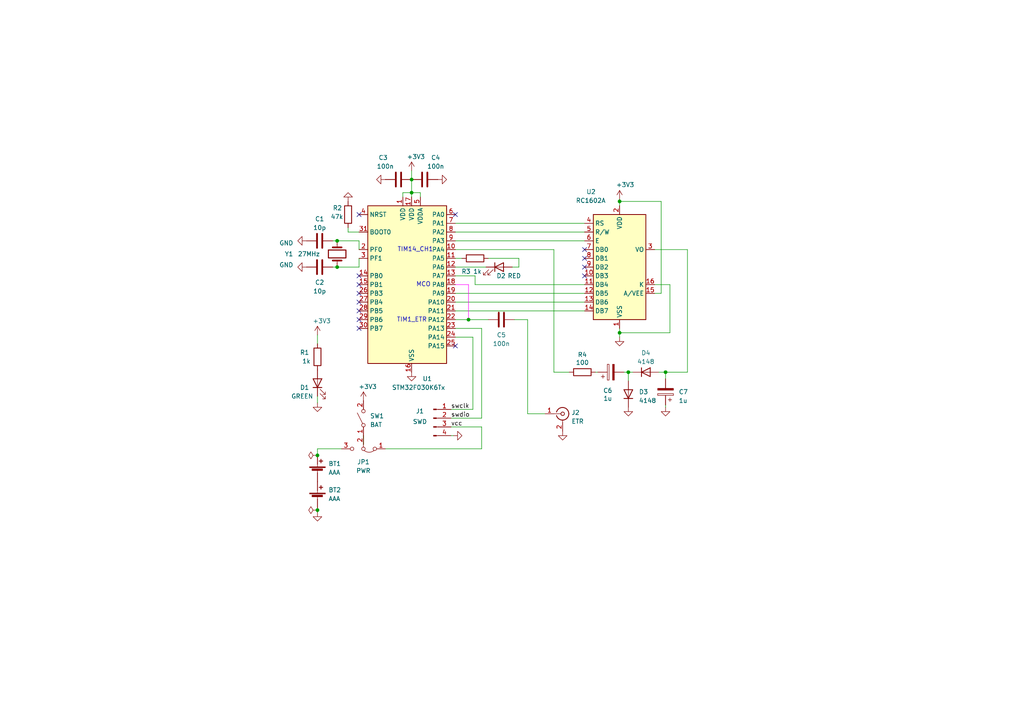
<source format=kicad_sch>
(kicad_sch (version 20230121) (generator eeschema)
  (paper "A4")
  (title_block (title "HD44780 LCD with PWM biased Vo") (date "2025-02-27") (rev "1.0") (company "ozforester") (comment 4 "CC-BY-SA 4.0 License"))
  (lib_symbols
    (symbol "Connector:Conn_01x04_Pin" (pin_names (offset 1.016) hide)
      (property "Reference" "J" (at 0 5.08 0))
      (property "Value" "Conn_01x04_Pin" (at 0 -7.62 0))
      (symbol "Conn_01x04_Pin_1_1"
        (polyline (pts (xy 1.27 -5.08) (xy 0.8636 -5.08)) (stroke (width 0.1524)))
        (polyline (pts (xy 1.27 -2.54) (xy 0.8636 -2.54)) (stroke (width 0.1524)))
        (polyline (pts (xy 1.27 0) (xy 0.8636 0)) (stroke (width 0.1524)))
        (polyline (pts (xy 1.27 2.54) (xy 0.8636 2.54)) (stroke (width 0.1524)))
        (rectangle (start 0.8636 -4.953) (end 0 -5.207) (stroke (width 0.1524)) (fill (type outline)))
        (rectangle (start 0.8636 -2.413) (end 0 -2.667) (stroke (width 0.1524)) (fill (type outline)))
        (rectangle (start 0.8636 0.127) (end 0 -0.127) (stroke (width 0.1524)) (fill (type outline)))
        (rectangle (start 0.8636 2.667) (end 0 2.413) (stroke (width 0.1524)) (fill (type outline)))
        (pin passive line (at 5.08 2.54 180) (length 3.81) (name "Pin_1") (number "1"))
        (pin passive line (at 5.08 0 180) (length 3.81) (name "Pin_2") (number "2"))
        (pin passive line (at 5.08 -2.54 180) (length 3.81) (name "Pin_3") (number "3"))
        (pin passive line (at 5.08 -5.08 180) (length 3.81) (name "Pin_4") (number "4"))
      )
    )
    (symbol "Connector:Conn_Coaxial" (pin_names (offset 1.016) hide)
      (property "Reference" "J" (at 0.254 3.048 0))
      (property "Value" "Conn_Coaxial" (at 2.921 0 90))
      (symbol "Conn_Coaxial_0_1"
        (arc (start -1.778 -0.508) (mid 0.2311 -1.8066) (end 1.778 0) (stroke (width 0.254)))
        (polyline (pts (xy -2.54 0) (xy -0.508 0)))
        (polyline (pts (xy 0 -2.54) (xy 0 -1.778)))
        (circle (center 0 0) (radius 0.508) (stroke (width 0.2032)))
        (arc (start 1.778 0) (mid 0.2099 1.8101) (end -1.778 0.508) (stroke (width 0.254)))
      )
      (symbol "Conn_Coaxial_1_1"
        (pin passive line (at -5.08 0 0) (length 2.54) (name "In") (number "1"))
        (pin passive line (at 0 -5.08 90) (length 2.54) (name "Ext") (number "2"))
      )
    )
    (symbol "Device:Battery_Cell" (pin_numbers hide) (pin_names (offset 0) hide)
      (property "Reference" "BT" (at 2.54 2.54 0))
      (property "Value" "Battery_Cell" (at 2.54 0 0))
      (symbol "Battery_Cell_0_1"
        (rectangle (start -2.286 1.778) (end 2.286 1.524) (fill (type outline)))
        (rectangle (start -1.5748 1.1938) (end 1.4732 0.6858) (fill (type outline)))
        (polyline (pts (xy 0 0.762) (xy 0 0)))
        (polyline (pts (xy 0 1.778) (xy 0 2.54)))
        (polyline (pts (xy 0.508 3.429) (xy 1.524 3.429)) (stroke (width 0.254)))
        (polyline (pts (xy 1.016 3.937) (xy 1.016 2.921)) (stroke (width 0.254)))
      )
      (symbol "Battery_Cell_1_1"
        (pin passive line (at 0 5.08 270) (length 2.54) (name "+") (number "1"))
        (pin passive line (at 0 -2.54 90) (length 2.54) (name "-") (number "2"))
      )
    )
    (symbol "Device:C" (pin_numbers hide) (pin_names (offset 0.254))
      (property "Reference" "C" (at 0.635 2.54 0))
      (property "Value" "C" (at 0.635 -2.54 0))
      (symbol "C_0_1"
        (polyline (pts (xy -2.032 -0.762) (xy 2.032 -0.762)) (stroke (width 0.508)))
        (polyline (pts (xy -2.032 0.762) (xy 2.032 0.762)) (stroke (width 0.508)))
      )
      (symbol "C_1_1"
        (pin passive line (at 0 3.81 270) (length 2.794) (name "~") (number "1"))
        (pin passive line (at 0 -3.81 90) (length 2.794) (name "~") (number "2"))
      )
    )
    (symbol "Device:C_Polarized" (pin_numbers hide) (pin_names (offset 0.254))
      (property "Reference" "C" (at 0.635 2.54 0))
      (property "Value" "C_Polarized" (at 0.635 -2.54 0))
      (symbol "C_Polarized_0_1"
        (rectangle (start -2.286 0.508) (end 2.286 1.016))
        (polyline (pts (xy -1.778 2.286) (xy -0.762 2.286)))
        (polyline (pts (xy -1.27 2.794) (xy -1.27 1.778)))
        (rectangle (start 2.286 -0.508) (end -2.286 -1.016) (fill (type outline)))
      )
      (symbol "C_Polarized_1_1"
        (pin passive line (at 0 3.81 270) (length 2.794) (name "~") (number "1"))
        (pin passive line (at 0 -3.81 90) (length 2.794) (name "~") (number "2"))
      )
    )
    (symbol "Device:Crystal" (pin_numbers hide) (pin_names (offset 1.016) hide)
      (property "Reference" "Y" (at 0 3.81 0))
      (property "Value" "Crystal" (at 0 -3.81 0))
      (symbol "Crystal_0_1"
        (rectangle (start -1.143 2.54) (end 1.143 -2.54) (stroke (width 0.3048)))
        (polyline (pts (xy -2.54 0) (xy -1.905 0)))
        (polyline (pts (xy -1.905 -1.27) (xy -1.905 1.27)) (stroke (width 0.508)))
        (polyline (pts (xy 1.905 -1.27) (xy 1.905 1.27)) (stroke (width 0.508)))
        (polyline (pts (xy 2.54 0) (xy 1.905 0)))
      )
      (symbol "Crystal_1_1"
        (pin passive line (at -3.81 0 0) (length 1.27) (name "1") (number "1"))
        (pin passive line (at 3.81 0 180) (length 1.27) (name "2") (number "2"))
      )
    )
    (symbol "Device:D" (pin_numbers hide) (pin_names (offset 1.016) hide)
      (property "Reference" "D" (at 0 2.54 0))
      (property "Value" "D" (at 0 -2.54 0))
      (symbol "D_0_1"
        (polyline (pts (xy -1.27 1.27) (xy -1.27 -1.27)) (stroke (width 0.254)))
        (polyline (pts (xy 1.27 0) (xy -1.27 0)))
        (polyline (pts (xy 1.27 1.27) (xy 1.27 -1.27) (xy -1.27 0) (xy 1.27 1.27)) (stroke (width 0.254)))
      )
      (symbol "D_1_1"
        (pin passive line (at -3.81 0 0) (length 2.54) (name "K") (number "1"))
        (pin passive line (at 3.81 0 180) (length 2.54) (name "A") (number "2"))
      )
    )
    (symbol "Device:LED" (pin_numbers hide) (pin_names (offset 1.016) hide)
      (property "Reference" "D" (at 0 2.54 0))
      (property "Value" "LED" (at 0 -2.54 0))
      (symbol "LED_0_1"
        (polyline (pts (xy -1.27 -1.27) (xy -1.27 1.27)) (stroke (width 0.254)))
        (polyline (pts (xy -1.27 0) (xy 1.27 0)))
        (polyline (pts (xy 1.27 -1.27) (xy 1.27 1.27) (xy -1.27 0) (xy 1.27 -1.27)) (stroke (width 0.254)))
        (polyline (pts (xy -3.048 -0.762) (xy -4.572 -2.286) (xy -3.81 -2.286) (xy -4.572 -2.286) (xy -4.572 -1.524)))
        (polyline (pts (xy -1.778 -0.762) (xy -3.302 -2.286) (xy -2.54 -2.286) (xy -3.302 -2.286) (xy -3.302 -1.524)))
      )
      (symbol "LED_1_1"
        (pin passive line (at -3.81 0 0) (length 2.54) (name "K") (number "1"))
        (pin passive line (at 3.81 0 180) (length 2.54) (name "A") (number "2"))
      )
    )
    (symbol "Device:R" (pin_numbers hide) (pin_names (offset 0))
      (property "Reference" "R" (at 2.032 0 90))
      (property "Value" "R" (at 0 0 90))
      (symbol "R_0_1"
        (rectangle (start -1.016 -2.54) (end 1.016 2.54) (stroke (width 0.254)))
      )
      (symbol "R_1_1"
        (pin passive line (at 0 3.81 270) (length 1.27) (name "~") (number "1"))
        (pin passive line (at 0 -3.81 90) (length 1.27) (name "~") (number "2"))
      )
    )
    (symbol "Display_Character:RC1602A"
      (property "Reference" "U" (at -6.35 16.51 0))
      (property "Value" "RC1602A" (at 2.794 16.51 0))
      (symbol "RC1602A_0_1"
        (rectangle (start -7.62 15.24) (end 7.62 -15.24) (stroke (width 0.254)) (fill (type background)))
      )
      (symbol "RC1602A_1_1"
        (pin power_in line (at 0 -17.78 90) (length 2.54) (name "VSS") (number "1"))
        (pin bidirectional line (at -10.16 -2.54 0) (length 2.54) (name "DB3") (number "10"))
        (pin bidirectional line (at -10.16 -5.08 0) (length 2.54) (name "DB4") (number "11"))
        (pin bidirectional line (at -10.16 -7.62 0) (length 2.54) (name "DB5") (number "12"))
        (pin bidirectional line (at -10.16 -10.16 0) (length 2.54) (name "DB6") (number "13"))
        (pin bidirectional line (at -10.16 -12.7 0) (length 2.54) (name "DB7") (number "14"))
        (pin power_in line (at 10.16 -7.62 180) (length 2.54) (name "A/VEE") (number "15"))
        (pin power_in line (at 10.16 -5.08 180) (length 2.54) (name "K") (number "16"))
        (pin power_in line (at 0 17.78 270) (length 2.54) (name "VDD") (number "2"))
        (pin power_in line (at 10.16 5.08 180) (length 2.54) (name "VO") (number "3"))
        (pin input line (at -10.16 12.7 0) (length 2.54) (name "RS") (number "4"))
        (pin input line (at -10.16 10.16 0) (length 2.54) (name "R/W") (number "5"))
        (pin input line (at -10.16 7.62 0) (length 2.54) (name "E") (number "6"))
        (pin bidirectional line (at -10.16 5.08 0) (length 2.54) (name "DB0") (number "7"))
        (pin bidirectional line (at -10.16 2.54 0) (length 2.54) (name "DB1") (number "8"))
        (pin bidirectional line (at -10.16 0 0) (length 2.54) (name "DB2") (number "9"))
      )
    )
    (symbol "Jumper:Jumper_3_Bridged12" (pin_names (offset 0) hide)
      (property "Reference" "JP" (at -2.54 -2.54 0))
      (property "Value" "Jumper_3_Bridged12" (at 0 2.794 0))
      (symbol "Jumper_3_Bridged12_0_0"
        (circle (center -3.302 0) (radius 0.508))
        (circle (center 0 0) (radius 0.508))
        (circle (center 3.302 0) (radius 0.508))
      )
      (symbol "Jumper_3_Bridged12_0_1"
        (arc (start -0.254 0.508) (mid -1.651 0.9912) (end -3.048 0.508))
        (polyline (pts (xy 0 -1.27) (xy 0 -0.508)))
      )
      (symbol "Jumper_3_Bridged12_1_1"
        (pin passive line (at -6.35 0 0) (length 2.54) (name "A") (number "1"))
        (pin passive line (at 0 -3.81 90) (length 2.54) (name "C") (number "2"))
        (pin passive line (at 6.35 0 180) (length 2.54) (name "B") (number "3"))
      )
    )
    (symbol "MCU_ST_STM32F0:STM32F030K6Tx"
      (property "Reference" "U" (at -10.16 24.13 0))
      (property "Value" "STM32F030K6Tx" (at 7.62 24.13 0))
      (symbol "STM32F030K6Tx_0_1"
        (rectangle (start -10.16 -22.86) (end 12.7 22.86) (stroke (width 0.254)) (fill (type background)))
      )
      (symbol "STM32F030K6Tx_1_1"
        (pin power_in line (at 0 25.4 270) (length 2.54) (name "VDD") (number "1"))
        (pin bidirectional line (at 15.24 10.16 180) (length 2.54) (name "PA4") (number "10"))
        (pin bidirectional line (at 15.24 7.62 180) (length 2.54) (name "PA5") (number "11"))
        (pin bidirectional line (at 15.24 5.08 180) (length 2.54) (name "PA6") (number "12"))
        (pin bidirectional line (at 15.24 2.54 180) (length 2.54) (name "PA7") (number "13"))
        (pin bidirectional line (at -12.7 2.54 0) (length 2.54) (name "PB0") (number "14"))
        (pin bidirectional line (at -12.7 0 0) (length 2.54) (name "PB1") (number "15"))
        (pin power_in line (at 2.54 -25.4 90) (length 2.54) (name "VSS") (number "16"))
        (pin power_in line (at 2.54 25.4 270) (length 2.54) (name "VDD") (number "17"))
        (pin bidirectional line (at 15.24 0 180) (length 2.54) (name "PA8") (number "18"))
        (pin bidirectional line (at 15.24 -2.54 180) (length 2.54) (name "PA9") (number "19"))
        (pin bidirectional line (at -12.7 10.16 0) (length 2.54) (name "PF0") (number "2"))
        (pin bidirectional line (at 15.24 -5.08 180) (length 2.54) (name "PA10") (number "20"))
        (pin bidirectional line (at 15.24 -7.62 180) (length 2.54) (name "PA11") (number "21"))
        (pin bidirectional line (at 15.24 -10.16 180) (length 2.54) (name "PA12") (number "22"))
        (pin bidirectional line (at 15.24 -12.7 180) (length 2.54) (name "PA13") (number "23"))
        (pin bidirectional line (at 15.24 -15.24 180) (length 2.54) (name "PA14") (number "24"))
        (pin bidirectional line (at 15.24 -17.78 180) (length 2.54) (name "PA15") (number "25"))
        (pin bidirectional line (at -12.7 -2.54 0) (length 2.54) (name "PB3") (number "26"))
        (pin bidirectional line (at -12.7 -5.08 0) (length 2.54) (name "PB4") (number "27"))
        (pin bidirectional line (at -12.7 -7.62 0) (length 2.54) (name "PB5") (number "28"))
        (pin bidirectional line (at -12.7 -10.16 0) (length 2.54) (name "PB6") (number "29"))
        (pin bidirectional line (at -12.7 7.62 0) (length 2.54) (name "PF1") (number "3"))
        (pin bidirectional line (at -12.7 -12.7 0) (length 2.54) (name "PB7") (number "30"))
        (pin input line (at -12.7 15.24 0) (length 2.54) (name "BOOT0") (number "31"))
        (pin passive line (at 2.54 -25.4 90) (length 2.54) hide (name "VSS") (number "32"))
        (pin input line (at -12.7 20.32 0) (length 2.54) (name "NRST") (number "4"))
        (pin power_in line (at 5.08 25.4 270) (length 2.54) (name "VDDA") (number "5"))
        (pin bidirectional line (at 15.24 20.32 180) (length 2.54) (name "PA0") (number "6"))
        (pin bidirectional line (at 15.24 17.78 180) (length 2.54) (name "PA1") (number "7"))
        (pin bidirectional line (at 15.24 15.24 180) (length 2.54) (name "PA2") (number "8"))
        (pin bidirectional line (at 15.24 12.7 180) (length 2.54) (name "PA3") (number "9"))
      )
    )
    (symbol "Switch:SW_SPST" (pin_names (offset 0) hide)
      (property "Reference" "SW" (at 0 3.175 0))
      (property "Value" "SW_SPST" (at 0 -2.54 0))
      (symbol "SW_SPST_0_0"
        (circle (center -2.032 0) (radius 0.508))
        (polyline (pts (xy -1.524 0.254) (xy 1.524 1.778)))
        (circle (center 2.032 0) (radius 0.508))
      )
      (symbol "SW_SPST_1_1"
        (pin passive line (at -5.08 0 0) (length 2.54) (name "A") (number "1"))
        (pin passive line (at 5.08 0 180) (length 2.54) (name "B") (number "2"))
      )
    )
    (symbol "power:+3V3" (power) (pin_names (offset 0))
      (property "Value" "+3V3" (at 0 3.556 0))
      (symbol "+3V3_0_1"
        (polyline (pts (xy -0.762 1.27) (xy 0 2.54)))
        (polyline (pts (xy 0 0) (xy 0 2.54)))
        (polyline (pts (xy 0 2.54) (xy 0.762 1.27)))
      )
      (symbol "+3V3_1_1"
        (pin power_in line (at 0 0 90) (length 0) hide (name "+3V3") (number "1"))
      )
    )
    (symbol "power:GND" (power) (pin_names (offset 0))
      (property "Value" "GND" (at 0 -3.81 0))
      (symbol "GND_0_1"
        (polyline (pts (xy 0 0) (xy 0 -1.27) (xy 1.27 -1.27) (xy 0 -2.54) (xy -1.27 -1.27) (xy 0 -1.27)))
      )
      (symbol "GND_1_1"
        (pin power_in line (at 0 0 270) (length 0) hide (name "GND") (number "1"))
      )
    )
    (symbol "power:PWR_FLAG" (power) (pin_numbers hide) (pin_names (offset 0) hide)
      (property "Value" "PWR_FLAG" (at 0 3.81 0))
      (symbol "PWR_FLAG_0_0"
        (pin power_out line (at 0 0 90) (length 0) (name "pwr") (number "1"))
      )
      (symbol "PWR_FLAG_0_1"
        (polyline (pts (xy 0 0) (xy 0 1.27) (xy -1.016 1.905) (xy 0 2.54) (xy 1.016 1.905) (xy 0 1.27)))
      )
    )
  )
  (junction (at 119.38 52.07))
  (junction (at 179.705 96.52))
  (junction (at 179.705 58.42))
  (junction (at 119.38 55.88))
  (junction (at 97.79 69.85))
  (junction (at 97.79 77.47))
  (junction (at 182.245 107.95))
  (junction (at 92.075 132.08))
  (junction (at 92.075 147.955))
  (junction (at 135.89 92.71))
  (junction (at 193.04 107.95))
  (no_connect (at 104.14 85.09))
  (no_connect (at 104.14 62.23))
  (no_connect (at 104.14 80.01))
  (no_connect (at 169.545 77.47))
  (no_connect (at 104.14 82.55))
  (no_connect (at 104.14 87.63))
  (no_connect (at 104.14 92.71))
  (no_connect (at 104.14 95.25))
  (no_connect (at 169.545 80.01))
  (no_connect (at 132.08 62.23))
  (no_connect (at 104.14 90.17))
  (no_connect (at 169.545 72.39))
  (no_connect (at 169.545 74.93))
  (no_connect (at 132.08 100.33))
  (wire (pts (xy 153.035 120.015) (xy 153.035 92.71)))
  (wire (pts (xy 132.08 64.77) (xy 169.545 64.77)))
  (wire (pts (xy 189.865 82.55) (xy 194.31 82.55)))
  (wire (pts (xy 193.04 107.95) (xy 193.04 109.855)))
  (wire (pts (xy 179.705 95.25) (xy 179.705 96.52)))
  (wire (pts (xy 92.075 147.32) (xy 92.075 147.955)))
  (wire (pts (xy 132.08 92.71) (xy 135.89 92.71)))
  (wire (pts (xy 182.245 107.95) (xy 183.515 107.95)))
  (wire (pts (xy 132.08 82.55) (xy 135.89 82.55)) (stroke (width 0) (color 255 0 255 1)))
  (wire (pts (xy 193.04 117.475) (xy 193.04 118.11)))
  (wire (pts (xy 116.84 55.88) (xy 119.38 55.88)))
  (wire (pts (xy 137.795 82.55) (xy 169.545 82.55)))
  (wire (pts (xy 131.445 126.365) (xy 130.81 126.365)))
  (wire (pts (xy 194.31 96.52) (xy 179.705 96.52)))
  (wire (pts (xy 132.08 85.09) (xy 169.545 85.09)))
  (wire (pts (xy 180.975 107.95) (xy 182.245 107.95)))
  (wire (pts (xy 130.81 123.825) (xy 139.7 123.825)))
  (wire (pts (xy 150.495 77.47) (xy 148.59 77.47)))
  (wire (pts (xy 96.52 77.47) (xy 97.79 77.47)))
  (wire (pts (xy 119.38 49.53) (xy 119.38 52.07)))
  (wire (pts (xy 97.79 77.47) (xy 104.14 77.47)))
  (wire (pts (xy 111.76 130.175) (xy 139.7 130.175)))
  (wire (pts (xy 135.89 92.71) (xy 141.605 92.71)))
  (wire (pts (xy 137.16 97.79) (xy 132.08 97.79)))
  (wire (pts (xy 119.38 55.88) (xy 119.38 57.15)))
  (wire (pts (xy 139.7 130.175) (xy 139.7 123.825)))
  (wire (pts (xy 153.035 92.71) (xy 149.225 92.71)))
  (wire (pts (xy 119.38 52.07) (xy 119.38 55.88)))
  (wire (pts (xy 189.865 72.39) (xy 199.39 72.39)))
  (wire (pts (xy 139.7 121.285) (xy 139.7 95.25)))
  (wire (pts (xy 137.16 118.745) (xy 137.16 97.79)))
  (wire (pts (xy 135.89 82.55) (xy 135.89 92.71)) (stroke (width 0) (color 255 0 255 1)))
  (wire (pts (xy 191.77 85.09) (xy 189.865 85.09)))
  (wire (pts (xy 92.075 97.155) (xy 92.075 99.695)))
  (wire (pts (xy 132.08 69.85) (xy 169.545 69.85)))
  (wire (pts (xy 132.08 90.17) (xy 169.545 90.17)))
  (wire (pts (xy 139.7 95.25) (xy 132.08 95.25)))
  (wire (pts (xy 160.655 107.95) (xy 165.1 107.95)))
  (wire (pts (xy 130.81 121.285) (xy 139.7 121.285)))
  (wire (pts (xy 132.08 74.93) (xy 133.985 74.93)))
  (wire (pts (xy 92.075 114.935) (xy 92.075 116.84)))
  (wire (pts (xy 132.08 80.01) (xy 137.795 80.01)))
  (wire (pts (xy 179.705 58.42) (xy 179.705 59.69)))
  (wire (pts (xy 100.965 67.31) (xy 104.14 67.31)))
  (wire (pts (xy 141.605 74.93) (xy 150.495 74.93)))
  (wire (pts (xy 160.655 107.95) (xy 160.655 72.39)))
  (wire (pts (xy 132.08 87.63) (xy 169.545 87.63)))
  (wire (pts (xy 150.495 74.93) (xy 150.495 77.47)))
  (wire (pts (xy 194.31 82.55) (xy 194.31 96.52)))
  (wire (pts (xy 160.655 72.39) (xy 132.08 72.39)))
  (wire (pts (xy 182.245 107.95) (xy 182.245 110.49)))
  (wire (pts (xy 132.08 67.31) (xy 169.545 67.31)))
  (wire (pts (xy 100.965 66.04) (xy 100.965 67.31)))
  (wire (pts (xy 132.08 77.47) (xy 140.97 77.47)))
  (wire (pts (xy 121.92 57.15) (xy 121.92 55.88)))
  (wire (pts (xy 193.04 107.95) (xy 199.39 107.95)))
  (wire (pts (xy 191.135 107.95) (xy 193.04 107.95)))
  (wire (pts (xy 179.705 96.52) (xy 179.705 97.79)))
  (wire (pts (xy 191.77 58.42) (xy 191.77 85.09)))
  (wire (pts (xy 137.795 80.01) (xy 137.795 82.55)))
  (wire (pts (xy 191.77 58.42) (xy 179.705 58.42)))
  (wire (pts (xy 153.035 120.015) (xy 158.115 120.015)))
  (wire (pts (xy 116.84 57.15) (xy 116.84 55.88)))
  (wire (pts (xy 105.41 128.905) (xy 105.41 126.365)))
  (wire (pts (xy 92.075 147.955) (xy 92.075 148.59)))
  (wire (pts (xy 179.705 58.42) (xy 179.705 57.785)))
  (wire (pts (xy 96.52 69.85) (xy 97.79 69.85)))
  (wire (pts (xy 92.075 130.175) (xy 92.075 132.08)))
  (wire (pts (xy 172.72 107.95) (xy 173.355 107.95)))
  (wire (pts (xy 104.14 69.85) (xy 104.14 72.39)))
  (wire (pts (xy 104.14 77.47) (xy 104.14 74.93)))
  (wire (pts (xy 130.81 118.745) (xy 137.16 118.745)))
  (wire (pts (xy 97.79 69.85) (xy 104.14 69.85)))
  (wire (pts (xy 92.075 130.175) (xy 99.06 130.175)))
  (wire (pts (xy 121.92 55.88) (xy 119.38 55.88)))
  (wire (pts (xy 199.39 72.39) (xy 199.39 107.95)))
  (text "MCO" (at 120.6888 83.3403 0) (effects (font (size 1.27 1.27)) (justify left bottom)))
  (text "TIM14_CH1" (at 115.2416 73.1839 0) (effects (font (size 1.27 1.27)) (justify left bottom)))
  (text "TIM1_ETR" (at 115.0543 93.5837 0) (effects (font (size 1.27 1.27)) (justify left bottom)))
  (label "vcc" (at 130.81 123.825 0))
  (label "swclk" (at 130.81 118.745 0))
  (label "swdio" (at 130.81 121.285 0))
  (symbol (lib_id "power:GND") (at 119.38 107.95 0) (unit 1)
    (property "Reference" "#PWR010" (effects hide))
    (property "Value" "GND" (effects hide))
  )
  (symbol (lib_id "Device:R") (at 137.795 74.93 90) (unit 1)
    (property "Reference" "R3" (at 136.525 78.74 90) (effects (justify left)))
    (property "Value" "1k" (at 139.7 78.74 90) (effects (justify left)))
  )
  (symbol (lib_id "Device:C_Polarized") (at 177.165 107.95 90) (unit 1)
    (property "Reference" "C6" (at 176.276 113.284 90))
    (property "Value" "1u" (at 176.276 115.57 90))
  )
  (symbol (lib_id "Device:R") (at 92.075 103.505 0) (unit 1)
    (property "Reference" "R1" (at 86.995 102.235 0) (effects (justify left)))
    (property "Value" "1k" (at 87.63 104.775 0) (effects (justify left)))
  )
  (symbol (lib_id "Connector:Conn_Coaxial") (at 163.195 120.015 0) (unit 1)
    (property "Reference" "J2" (at 165.735 119.6732 0) (effects (justify left)))
    (property "Value" "ETR" (at 165.735 122.2132 0) (effects (justify left)))
    (property "Datasheet" " ~" (effects hide))
  )
  (symbol (lib_id "power:GND") (at 92.075 148.59 0) (unit 1)
    (property "Reference" "#PWR05" (effects hide))
    (property "Value" "GND" (effects hide))
  )
  (symbol (lib_id "Device:C") (at 92.71 77.47 90) (unit 1)
    (property "Reference" "C2" (at 92.71 81.915 90))
    (property "Value" "10p" (at 92.71 84.455 90))
  )
  (symbol (lib_id "power:GND") (at 179.705 97.79 0) (unit 1)
    (property "Reference" "#PWR015" (effects hide))
    (property "Value" "GND" (effects hide))
  )
  (symbol (lib_id "Device:C") (at 145.415 92.71 90) (unit 1)
    (property "Reference" "C5" (at 145.415 97.155 90))
    (property "Value" "100n" (at 145.415 99.695 90))
  )
  (symbol (lib_id "Device:C_Polarized") (at 193.04 113.665 180) (unit 1)
    (property "Reference" "C7" (at 196.85 113.665 0) (effects (justify right)))
    (property "Value" "1u" (at 196.85 116.205 0) (effects (justify right)))
  )
  (symbol (lib_id "power:+3V3") (at 92.075 97.155 0) (unit 1)
    (property "Reference" "#PWR03" (effects hide))
    (property "Value" "+3" (at 90.678 93.091 0) (effects (justify left)))
  )
  (symbol (lib_id "Device:Crystal") (at 97.79 73.66 90) (unit 1)
    (property "Reference" "Y1" (at 82.55 73.66 90) (effects (justify right)))
    (property "Value" "27MHz" (at 86.36 73.66 90) (effects (justify right)))
    (property "Footprint" "Crystal:Crystal_SMD_2520-4Pin_2.5x2.0mm" (effects hide))
  )
  (symbol (lib_id "MCU_ST_STM32F0:STM32F030K6Tx") (at 116.84 82.55 0) (unit 1)
    (property "Reference" "U1" (at 122.555 109.855 0) (effects (justify left)))
    (property "Value" "STM32F030K6Tx" (at 113.665 112.395 0) (effects (justify left)))
    (property "Footprint" "Package_QFP:LQFP-32_7x7mm_P0.8mm" (effects hide))
    (property "Datasheet" "https://www.st.com/resource/en/datasheet/stm32f030k6.pdf" (effects hide))
  )
  (symbol (lib_id "power:GND") (at 100.965 58.42 180) (unit 1)
    (property "Reference" "#PWR06" (effects hide))
    (property "Value" "GND" (effects hide))
  )
  (symbol (lib_id "Device:C") (at 115.57 52.07 90) (unit 1)
    (property "Reference" "C3" (at 111.125 45.72 90))
    (property "Value" "100n" (at 111.76 48.26 90))
  )
  (symbol (lib_id "power:PWR_FLAG") (at 92.075 147.955 90) (unit 1)
    (property "Reference" "#FLG02" (effects hide))
    (property "Value" "PWR_FLAG" (effects hide))
  )
  (symbol (lib_id "Device:LED") (at 144.78 77.47 0) (unit 1)
    (property "Reference" "D2" (at 146.685 80.01 0) (effects (justify right)))
    (property "Value" "RED" (at 151.13 80.01 0) (effects (justify right)))
  )
  (symbol (lib_id "Device:D") (at 187.325 107.95 0) (unit 1)
    (property "Reference" "D4" (at 187.325 102.362 0))
    (property "Value" "4148" (at 187.325 104.902 0))
    (property "Sim.Device" "D" (effects hide))
    (property "Sim.Pins" "1=K 2=A" (effects hide))
  )
  (symbol (lib_id "Connector:Conn_01x04_Pin") (at 125.73 121.285 0) (unit 1)
    (property "Reference" "J1" (at 121.793 119.253 0))
    (property "Value" "SWD" (at 121.793 122.301 0))
    (property "Footprint" "Connector_PinHeader_2.54mm:PinHeader_1x04_P2.54mm_Vertical" (effects hide))
  )
  (symbol (lib_id "power:GND") (at 193.04 118.11 0) (unit 1)
    (property "Reference" "#PWR017" (effects hide))
    (property "Value" "GND" (effects hide))
  )
  (symbol (lib_id "Switch:SW_SPST") (at 105.41 121.285 90) (unit 1)
    (property "Reference" "SW1" (at 107.315 120.65 90) (effects (justify right)))
    (property "Value" "BAT" (at 107.315 123.19 90) (effects (justify right)))
  )
  (symbol (lib_id "Device:C") (at 123.19 52.07 270) (unit 1)
    (property "Reference" "C4" (at 126.365 45.72 90))
    (property "Value" "100n" (at 126.365 48.26 90))
  )
  (symbol (lib_id "power:GND") (at 131.445 126.365 90) (unit 1)
    (property "Reference" "#PWR012" (effects hide))
    (property "Value" "GND" (effects hide))
  )
  (symbol (lib_id "power:GND") (at 163.195 125.095 0) (unit 1)
    (property "Reference" "#PWR013" (effects hide))
    (property "Value" "GND" (effects hide))
  )
  (symbol (lib_id "power:+3V3") (at 179.705 57.785 0) (unit 1)
    (property "Reference" "#PWR014" (effects hide))
    (property "Value" "+3" (at 178.689 53.594 0) (effects (justify left)))
  )
  (symbol (lib_id "Device:D") (at 182.245 114.3 90) (unit 1)
    (property "Reference" "D3" (at 185.293 113.665 90) (effects (justify right)))
    (property "Value" "4148" (at 185.293 116.205 90) (effects (justify right)))
    (property "Sim.Device" "D" (effects hide))
    (property "Sim.Pins" "1=K 2=A" (effects hide))
  )
  (symbol (lib_id "power:GND") (at 88.9 77.47 270) (mirror x) (unit 1)
    (property "Reference" "#PWR02" (effects hide))
    (property "Value" "GND" (at 85.09 76.835 90) (effects (justify right)))
  )
  (symbol (lib_id "power:GND") (at 92.075 116.84 0) (unit 1)
    (property "Reference" "#PWR04" (effects hide))
    (property "Value" "GND" (effects hide))
  )
  (symbol (lib_id "Jumper:Jumper_3_Bridged12") (at 105.41 130.175 180) (unit 1)
    (property "Reference" "JP1" (at 105.41 133.985 0))
    (property "Value" "PWR" (at 105.41 136.525 0))
  )
  (symbol (lib_id "power:+3V3") (at 119.38 49.53 0) (unit 1)
    (property "Reference" "#PWR09" (effects hide))
    (property "Value" "+3" (at 117.983 45.466 0) (effects (justify left)))
  )
  (symbol (lib_id "power:GND") (at 182.245 118.11 0) (unit 1)
    (property "Reference" "#PWR016" (effects hide))
    (property "Value" "GND" (effects hide))
  )
  (symbol (lib_id "Device:Battery_Cell") (at 92.075 144.78 0) (unit 1)
    (property "Reference" "BT2" (at 95.25 142.113 0) (effects (justify left)))
    (property "Value" "AAA" (at 95.25 144.653 0) (effects (justify left)))
  )
  (symbol (lib_id "power:GND") (at 111.76 52.07 270) (unit 1)
    (property "Reference" "#PWR08" (effects hide))
    (property "Value" "GND" (effects hide))
  )
  (symbol (lib_id "Display_Character:RC1602A") (at 179.705 77.47 0) (unit 1)
    (property "Reference" "U2" (at 170.053 55.626 0) (effects (justify left)))
    (property "Value" "RC1602A" (at 167.005 58.166 0) (effects (justify left)))
    (property "Footprint" "Display:RC1602A" (effects hide))
    (property "Datasheet" "http://www.raystar-optronics.com/down.php?ProID=18" (effects hide))
  )
  (symbol (lib_id "Device:Battery_Cell") (at 92.075 137.16 0) (unit 1)
    (property "Reference" "BT1" (at 95.25 134.493 0) (effects (justify left)))
    (property "Value" "AAA" (at 95.25 137.033 0) (effects (justify left)))
  )
  (symbol (lib_id "power:+3V3") (at 105.41 116.205 0) (unit 1)
    (property "Reference" "#PWR07" (effects hide))
    (property "Value" "+3" (at 104.013 112.141 0) (effects (justify left)))
  )
  (symbol (lib_id "power:PWR_FLAG") (at 92.075 132.08 90) (unit 1)
    (property "Reference" "#FLG01" (effects hide))
    (property "Value" "PWR_FLAG" (effects hide))
  )
  (symbol (lib_id "Device:R") (at 100.965 62.23 0) (unit 1)
    (property "Reference" "R2" (at 96.52 60.325 0) (effects (justify left)))
    (property "Value" "47k" (at 95.885 62.865 0) (effects (justify left)))
  )
  (symbol (lib_id "power:GND") (at 127 52.07 90) (unit 1)
    (property "Reference" "#PWR011" (effects hide))
    (property "Value" "GND" (effects hide))
  )
  (symbol (lib_id "Device:R") (at 168.91 107.95 90) (unit 1)
    (property "Reference" "R4" (at 168.91 102.87 90))
    (property "Value" "100" (at 168.91 105.156 90))
  )
  (symbol (lib_id "Device:LED") (at 92.075 111.125 90) (unit 1)
    (property "Reference" "D1" (at 86.995 112.395 90) (effects (justify right)))
    (property "Value" "GREEN" (at 84.455 114.935 90) (effects (justify right)))
  )
  (symbol (lib_id "Device:C") (at 92.71 69.85 90) (unit 1)
    (property "Reference" "C1" (at 92.71 63.5 90))
    (property "Value" "10p" (at 92.71 66.04 90))
  )
  (symbol (lib_id "power:GND") (at 88.9 69.85 270) (unit 1)
    (property "Reference" "#PWR01" (effects hide))
    (property "Value" "GND" (at 85.09 70.485 90) (effects (justify right)))
  )
)
</source>
